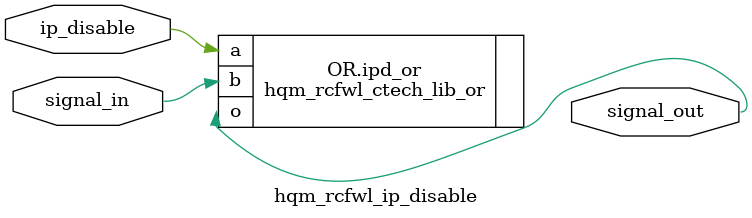
<source format=sv>
module hqm_rcfwl_ip_disable
  #(parameter INPUT_SIGNAL_POLARITY = 0) // 0 to disable active high signal, 1 to disable active low signal 
   (
    input  logic ip_disable,        // from local pma
    input  logic signal_in,         // input to be gated
    output logic signal_out         // resultant output
    );

   generate
      if (INPUT_SIGNAL_POLARITY == 1) // to disable an active low input - keep it low 
        begin : AND 
           logic ip_disable_b;
           hqm_rcfwl_ctech_lib_inv ipd_inv(.a(ip_disable), .o1(ip_disable_b));
           hqm_rcfwl_ctech_lib_and ipd_and(.a(ip_disable_b), .b(signal_in), .o(signal_out));
        end
      else                      // to disable an active high input - keep it high
        begin : OR
           hqm_rcfwl_ctech_lib_or ipd_or(.a(ip_disable), .b(signal_in), .o(signal_out));
        end
   endgenerate
endmodule // rcfwl_ipdisable


</source>
